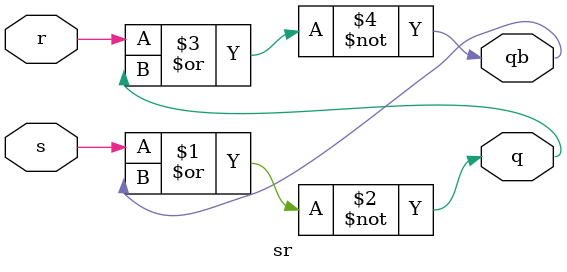
<source format=v>
module sr(input s,r,output q,qb);
nor(q,s,qb);
nor(qb,r,q);
endmodule
</source>
